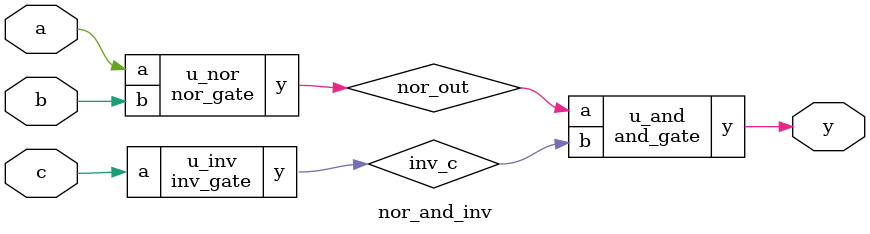
<source format=v>
module nor_gate(input a, b, output y);
    assign y = ~(a | b);
endmodule

module and_gate(input a, b, output y);
    assign y = a & b;
endmodule

module inv_gate(input a, output y);
    assign y = ~a;
endmodule

module nor_and_inv(input a, b, c, output y);
    wire nor_out;
    wire inv_c;
    
    nor_gate u_nor(.a(a), .b(b), .y(nor_out));
    inv_gate u_inv(.a(c), .y(inv_c));
    and_gate u_and(.a(nor_out), .b(inv_c), .y(y));
endmodule
</source>
